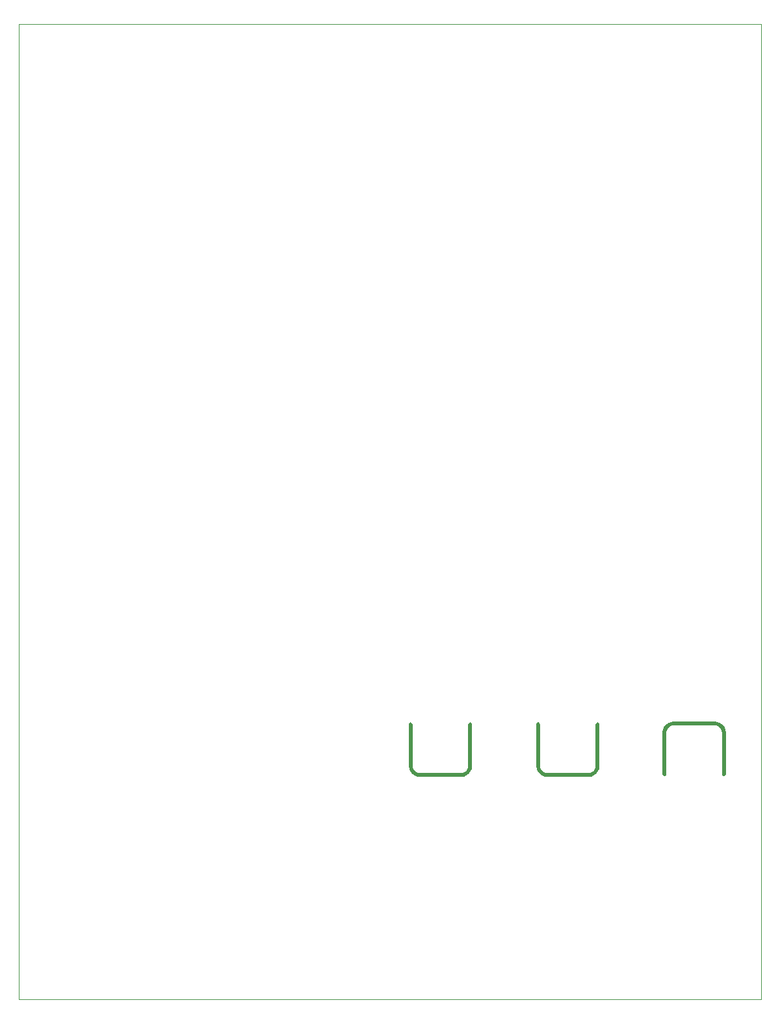
<source format=gbr>
G04*
G04 #@! TF.GenerationSoftware,Altium Limited,Altium Designer,24.2.2 (26)*
G04*
G04 Layer_Color=0*
%FSLAX44Y44*%
%MOMM*%
G71*
G04*
G04 #@! TF.SameCoordinates,0F8B1A73-7D9A-4E60-A1EB-41BE9D7EE600*
G04*
G04*
G04 #@! TF.FilePolarity,Positive*
G04*
G01*
G75*
%ADD136C,0.0254*%
G36*
X751876Y563880D02*
Y562383D01*
X752460Y559445D01*
X753606Y556678D01*
X755270Y554188D01*
X757388Y552070D01*
X759878Y550406D01*
X762645Y549260D01*
X765583Y548676D01*
X767080D01*
D01*
X819150D01*
X820647D01*
X823585Y549260D01*
X826352Y550406D01*
X828842Y552070D01*
X830960Y554188D01*
X832623Y556678D01*
X833770Y559445D01*
X834354Y562383D01*
Y563880D01*
D01*
Y617220D01*
Y617718D01*
X833973Y618638D01*
X833268Y619343D01*
X832348Y619724D01*
X831352D01*
X830432Y619343D01*
X829727Y618638D01*
X829346Y617718D01*
Y617220D01*
D01*
Y563880D01*
X829297Y562881D01*
X828907Y560920D01*
X828142Y559073D01*
X827032Y557412D01*
X825618Y555998D01*
X823956Y554888D01*
X822110Y554123D01*
X820149Y553733D01*
X819150Y553684D01*
D01*
X767080D01*
X766081Y553733D01*
X764120Y554123D01*
X762273Y554888D01*
X760612Y555998D01*
X759198Y557412D01*
X758088Y559073D01*
X757323Y560920D01*
X756933Y562881D01*
X756884Y563880D01*
D01*
Y617220D01*
Y617718D01*
X756503Y618638D01*
X755798Y619343D01*
X754878Y619724D01*
X753882D01*
X752962Y619343D01*
X752257Y618638D01*
X751876Y617718D01*
Y617220D01*
D01*
Y563880D01*
D02*
G37*
G36*
X585816Y563800D02*
Y562303D01*
X586400Y559365D01*
X587547Y556598D01*
X589210Y554108D01*
X591328Y551990D01*
X593818Y550326D01*
X596585Y549180D01*
X599523Y548596D01*
X601020D01*
D01*
X653090D01*
X654587D01*
X657525Y549180D01*
X660292Y550326D01*
X662782Y551990D01*
X664900Y554108D01*
X666563Y556598D01*
X667710Y559365D01*
X668294Y562303D01*
Y563800D01*
D01*
Y617140D01*
Y617638D01*
X667913Y618558D01*
X667208Y619263D01*
X666288Y619644D01*
X665292D01*
X664372Y619263D01*
X663667Y618558D01*
X663286Y617638D01*
Y617140D01*
D01*
Y563800D01*
X663237Y562801D01*
X662847Y560840D01*
X662082Y558993D01*
X660972Y557332D01*
X659558Y555918D01*
X657896Y554808D01*
X656050Y554043D01*
X654089Y553653D01*
X653090Y553604D01*
D01*
X601020D01*
X600021Y553653D01*
X598060Y554043D01*
X596213Y554808D01*
X594552Y555918D01*
X593138Y557332D01*
X592028Y558993D01*
X591263Y560840D01*
X590873Y562801D01*
X590824Y563800D01*
D01*
Y617140D01*
Y617638D01*
X590443Y618558D01*
X589738Y619263D01*
X588818Y619644D01*
X587822D01*
X586902Y619263D01*
X586197Y618558D01*
X585816Y617638D01*
Y617140D01*
D01*
Y563800D01*
D02*
G37*
G36*
X988065Y620490D02*
X990832Y619343D01*
X993322Y617680D01*
X995440Y615562D01*
X997103Y613072D01*
X998250Y610305D01*
X998834Y607367D01*
Y605870D01*
X998834D01*
X998834Y552530D01*
Y552032D01*
X998453Y551112D01*
X997748Y550407D01*
X996828Y550026D01*
X995832D01*
X994912Y550407D01*
X994207Y551112D01*
X993826Y552032D01*
Y552530D01*
X993826Y605870D01*
X993777Y606869D01*
X993387Y608830D01*
X992622Y610676D01*
X991512Y612338D01*
X990098Y613752D01*
X988436Y614862D01*
X986590Y615627D01*
X984629Y616017D01*
X983630Y616066D01*
X931560D01*
X930561Y616017D01*
X928600Y615627D01*
X926753Y614862D01*
X925092Y613752D01*
X923678Y612338D01*
X922568Y610676D01*
X921803Y608830D01*
X921413Y606869D01*
X921364Y605870D01*
Y552530D01*
Y552032D01*
X920983Y551112D01*
X920278Y550407D01*
X919358Y550026D01*
X918362D01*
X917442Y550407D01*
X916737Y551112D01*
X916356Y552032D01*
Y552530D01*
Y605870D01*
Y607367D01*
X916940Y610305D01*
X918086Y613072D01*
X919750Y615562D01*
X921868Y617680D01*
X924358Y619343D01*
X927125Y620490D01*
X930062Y621074D01*
X985127D01*
X988065Y620490D01*
D02*
G37*
D136*
X1044931Y259080D02*
Y1528145D01*
X1010213D01*
X112424Y1528145D01*
X112421Y1528145D01*
X77704D01*
Y259080D01*
X1044931D01*
M02*

</source>
